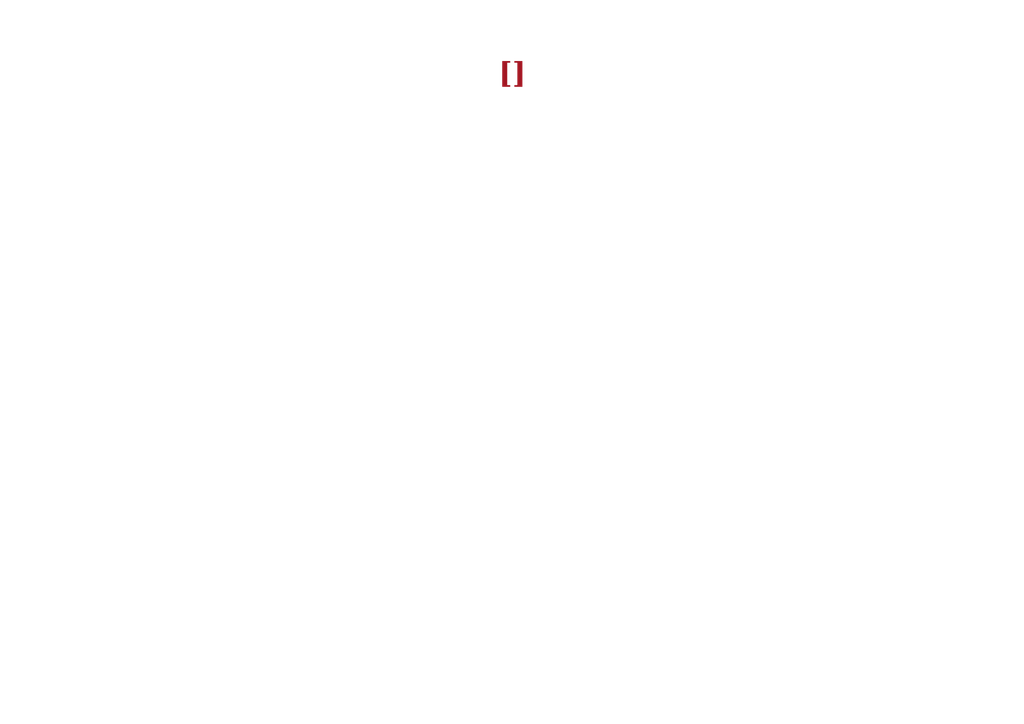
<source format=kicad_sch>
(kicad_sch
	(version 20250114)
	(generator "eeschema")
	(generator_version "9.0")
	(uuid "ea8c4f5e-7a49-4faf-a994-dbc85ed86b0a")
	(paper "A4")
	(title_block
		(title "${SHEETNAME}")
		(date "Last Modified Date")
		(rev "${REVISION}")
		(company "${COMPANY}")
	)
	(lib_symbols)
	(text_box "[${#}] ${SHEETNAME}"
		(exclude_from_sim no)
		(at 12.7 15.24 0)
		(size 271.78 12.7)
		(margins 4.4999 4.4999 4.4999 4.4999)
		(stroke
			(width -0.0001)
			(type solid)
		)
		(fill
			(type none)
		)
		(effects
			(font
				(face "Times New Roman")
				(size 6 6)
				(thickness 1.2)
				(bold yes)
				(color 162 22 34 1)
			)
		)
		(uuid "b2c13488-4f2f-433b-bdc6-d210d1646aca")
	)
)

</source>
